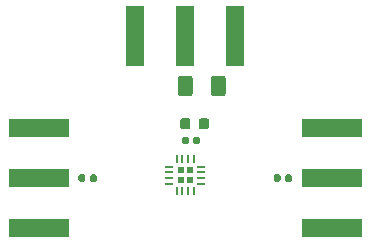
<source format=gbr>
%TF.GenerationSoftware,KiCad,Pcbnew,5.1.7*%
%TF.CreationDate,2020-12-16T02:54:48+00:00*%
%TF.ProjectId,HMC447LC3,484d4334-3437-44c4-9333-2e6b69636164,rev?*%
%TF.SameCoordinates,Original*%
%TF.FileFunction,Paste,Top*%
%TF.FilePolarity,Positive*%
%FSLAX46Y46*%
G04 Gerber Fmt 4.6, Leading zero omitted, Abs format (unit mm)*
G04 Created by KiCad (PCBNEW 5.1.7) date 2020-12-16 02:54:48*
%MOMM*%
%LPD*%
G01*
G04 APERTURE LIST*
%ADD10R,0.640000X0.250000*%
%ADD11R,0.250000X0.640000*%
%ADD12R,0.600000X0.600000*%
%ADD13R,5.080000X1.500000*%
%ADD14R,1.500000X5.080000*%
G04 APERTURE END LIST*
D10*
%TO.C,U1*%
X148630000Y-92780000D03*
X148630000Y-93260000D03*
X148630000Y-93740000D03*
X148630000Y-94220000D03*
D11*
X149280000Y-94870000D03*
X149760000Y-94870000D03*
X150240000Y-94870000D03*
X150720000Y-94870000D03*
D10*
X151370000Y-94220000D03*
X151370000Y-93740000D03*
X151370000Y-93260000D03*
X151370000Y-92780000D03*
D11*
X150720000Y-92130000D03*
X150240000Y-92130000D03*
X149760000Y-92130000D03*
X149280000Y-92130000D03*
D12*
X150400000Y-93900000D03*
X149600000Y-93900000D03*
X149600000Y-93100000D03*
X150400000Y-93100000D03*
%TD*%
%TO.C,C3*%
G36*
G01*
X149705000Y-90722500D02*
X149705000Y-90377500D01*
G75*
G02*
X149852500Y-90230000I147500J0D01*
G01*
X150147500Y-90230000D01*
G75*
G02*
X150295000Y-90377500I0J-147500D01*
G01*
X150295000Y-90722500D01*
G75*
G02*
X150147500Y-90870000I-147500J0D01*
G01*
X149852500Y-90870000D01*
G75*
G02*
X149705000Y-90722500I0J147500D01*
G01*
G37*
G36*
G01*
X150675000Y-90722500D02*
X150675000Y-90377500D01*
G75*
G02*
X150822500Y-90230000I147500J0D01*
G01*
X151117500Y-90230000D01*
G75*
G02*
X151265000Y-90377500I0J-147500D01*
G01*
X151265000Y-90722500D01*
G75*
G02*
X151117500Y-90870000I-147500J0D01*
G01*
X150822500Y-90870000D01*
G75*
G02*
X150675000Y-90722500I0J147500D01*
G01*
G37*
%TD*%
D13*
%TO.C,J1*%
X137600000Y-93750000D03*
X137600000Y-98000000D03*
X137600000Y-89500000D03*
%TD*%
%TO.C,J2*%
X162400000Y-98000000D03*
X162400000Y-89500000D03*
X162400000Y-93750000D03*
%TD*%
D14*
%TO.C,J3*%
X150000000Y-81700000D03*
X145750000Y-81700000D03*
X154250000Y-81700000D03*
%TD*%
%TO.C,C2*%
G36*
G01*
X157485000Y-93922500D02*
X157485000Y-93577500D01*
G75*
G02*
X157632500Y-93430000I147500J0D01*
G01*
X157927500Y-93430000D01*
G75*
G02*
X158075000Y-93577500I0J-147500D01*
G01*
X158075000Y-93922500D01*
G75*
G02*
X157927500Y-94070000I-147500J0D01*
G01*
X157632500Y-94070000D01*
G75*
G02*
X157485000Y-93922500I0J147500D01*
G01*
G37*
G36*
G01*
X158455000Y-93922500D02*
X158455000Y-93577500D01*
G75*
G02*
X158602500Y-93430000I147500J0D01*
G01*
X158897500Y-93430000D01*
G75*
G02*
X159045000Y-93577500I0J-147500D01*
G01*
X159045000Y-93922500D01*
G75*
G02*
X158897500Y-94070000I-147500J0D01*
G01*
X158602500Y-94070000D01*
G75*
G02*
X158455000Y-93922500I0J147500D01*
G01*
G37*
%TD*%
%TO.C,C1*%
G36*
G01*
X140955000Y-93922500D02*
X140955000Y-93577500D01*
G75*
G02*
X141102500Y-93430000I147500J0D01*
G01*
X141397500Y-93430000D01*
G75*
G02*
X141545000Y-93577500I0J-147500D01*
G01*
X141545000Y-93922500D01*
G75*
G02*
X141397500Y-94070000I-147500J0D01*
G01*
X141102500Y-94070000D01*
G75*
G02*
X140955000Y-93922500I0J147500D01*
G01*
G37*
G36*
G01*
X141925000Y-93922500D02*
X141925000Y-93577500D01*
G75*
G02*
X142072500Y-93430000I147500J0D01*
G01*
X142367500Y-93430000D01*
G75*
G02*
X142515000Y-93577500I0J-147500D01*
G01*
X142515000Y-93922500D01*
G75*
G02*
X142367500Y-94070000I-147500J0D01*
G01*
X142072500Y-94070000D01*
G75*
G02*
X141925000Y-93922500I0J147500D01*
G01*
G37*
%TD*%
%TO.C,C4*%
G36*
G01*
X149562500Y-89406250D02*
X149562500Y-88893750D01*
G75*
G02*
X149781250Y-88675000I218750J0D01*
G01*
X150218750Y-88675000D01*
G75*
G02*
X150437500Y-88893750I0J-218750D01*
G01*
X150437500Y-89406250D01*
G75*
G02*
X150218750Y-89625000I-218750J0D01*
G01*
X149781250Y-89625000D01*
G75*
G02*
X149562500Y-89406250I0J218750D01*
G01*
G37*
G36*
G01*
X151137500Y-89406250D02*
X151137500Y-88893750D01*
G75*
G02*
X151356250Y-88675000I218750J0D01*
G01*
X151793750Y-88675000D01*
G75*
G02*
X152012500Y-88893750I0J-218750D01*
G01*
X152012500Y-89406250D01*
G75*
G02*
X151793750Y-89625000I-218750J0D01*
G01*
X151356250Y-89625000D01*
G75*
G02*
X151137500Y-89406250I0J218750D01*
G01*
G37*
%TD*%
%TO.C,C5*%
G36*
G01*
X149375000Y-86575000D02*
X149375000Y-85325000D01*
G75*
G02*
X149625000Y-85075000I250000J0D01*
G01*
X150375000Y-85075000D01*
G75*
G02*
X150625000Y-85325000I0J-250000D01*
G01*
X150625000Y-86575000D01*
G75*
G02*
X150375000Y-86825000I-250000J0D01*
G01*
X149625000Y-86825000D01*
G75*
G02*
X149375000Y-86575000I0J250000D01*
G01*
G37*
G36*
G01*
X152175000Y-86575000D02*
X152175000Y-85325000D01*
G75*
G02*
X152425000Y-85075000I250000J0D01*
G01*
X153175000Y-85075000D01*
G75*
G02*
X153425000Y-85325000I0J-250000D01*
G01*
X153425000Y-86575000D01*
G75*
G02*
X153175000Y-86825000I-250000J0D01*
G01*
X152425000Y-86825000D01*
G75*
G02*
X152175000Y-86575000I0J250000D01*
G01*
G37*
%TD*%
M02*

</source>
